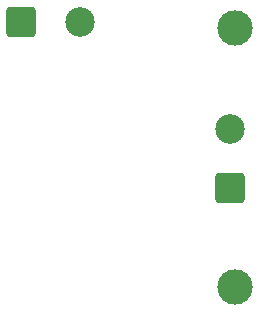
<source format=gbr>
%TF.GenerationSoftware,KiCad,Pcbnew,9.0.7*%
%TF.CreationDate,2026-02-01T23:09:28+05:00*%
%TF.ProjectId,HLT8012-Interface-board,484c5438-3031-4322-9d49-6e7465726661,rev?*%
%TF.SameCoordinates,Original*%
%TF.FileFunction,Soldermask,Bot*%
%TF.FilePolarity,Negative*%
%FSLAX46Y46*%
G04 Gerber Fmt 4.6, Leading zero omitted, Abs format (unit mm)*
G04 Created by KiCad (PCBNEW 9.0.7) date 2026-02-01 23:09:28*
%MOMM*%
%LPD*%
G01*
G04 APERTURE LIST*
G04 Aperture macros list*
%AMRoundRect*
0 Rectangle with rounded corners*
0 $1 Rounding radius*
0 $2 $3 $4 $5 $6 $7 $8 $9 X,Y pos of 4 corners*
0 Add a 4 corners polygon primitive as box body*
4,1,4,$2,$3,$4,$5,$6,$7,$8,$9,$2,$3,0*
0 Add four circle primitives for the rounded corners*
1,1,$1+$1,$2,$3*
1,1,$1+$1,$4,$5*
1,1,$1+$1,$6,$7*
1,1,$1+$1,$8,$9*
0 Add four rect primitives between the rounded corners*
20,1,$1+$1,$2,$3,$4,$5,0*
20,1,$1+$1,$4,$5,$6,$7,0*
20,1,$1+$1,$6,$7,$8,$9,0*
20,1,$1+$1,$8,$9,$2,$3,0*%
G04 Aperture macros list end*
%ADD10RoundRect,0.250000X1.000000X-1.000000X1.000000X1.000000X-1.000000X1.000000X-1.000000X-1.000000X0*%
%ADD11C,2.500000*%
%ADD12C,3.000000*%
%ADD13RoundRect,0.250000X-1.000000X-1.000000X1.000000X-1.000000X1.000000X1.000000X-1.000000X1.000000X0*%
G04 APERTURE END LIST*
D10*
%TO.C,J3*%
X138392500Y-123600000D03*
D11*
X138392500Y-118600000D03*
%TD*%
D12*
%TO.C,J2*%
X138775000Y-131950000D03*
%TD*%
%TO.C,J1*%
X138800000Y-110050000D03*
%TD*%
D13*
%TO.C,J4*%
X120650000Y-109525000D03*
D11*
X125650000Y-109525000D03*
%TD*%
M02*

</source>
